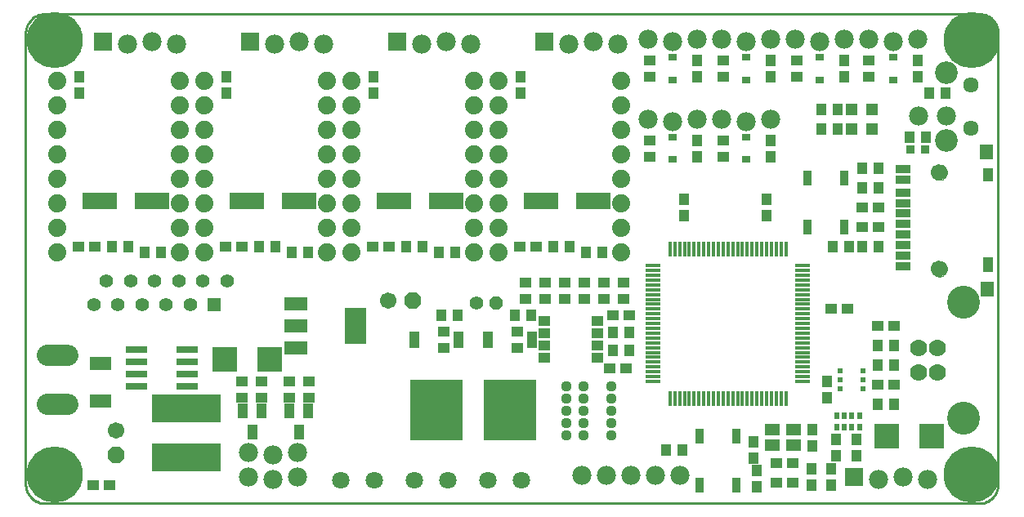
<source format=gts>
G75*
G70*
%OFA0B0*%
%FSLAX24Y24*%
%IPPOS*%
%LPD*%
%AMOC8*
5,1,8,0,0,1.08239X$1,22.5*
%
%ADD10C,0.0100*%
%ADD11R,0.0146X0.0631*%
%ADD12R,0.0631X0.0146*%
%ADD13R,0.0591X0.0512*%
%ADD14R,0.0473X0.0434*%
%ADD15R,0.0434X0.0473*%
%ADD16R,0.0340X0.0640*%
%ADD17C,0.0700*%
%ADD18C,0.1340*%
%ADD19R,0.0237X0.0237*%
%ADD20R,0.0367X0.0288*%
%ADD21R,0.0512X0.0512*%
%ADD22R,0.1040X0.1040*%
%ADD23C,0.0926*%
%ADD24C,0.0634*%
%ADD25C,0.0780*%
%ADD26R,0.0355X0.0355*%
%ADD27R,0.0571X0.0631*%
%ADD28R,0.0434X0.0591*%
%ADD29R,0.0434X0.0552*%
%ADD30R,0.0631X0.0335*%
%ADD31C,0.0000*%
%ADD32C,0.0670*%
%ADD33C,0.0740*%
%ADD34R,0.1418X0.0670*%
%ADD35R,0.0780X0.0780*%
%ADD36R,0.2166X0.2481*%
%ADD37R,0.0434X0.0670*%
%ADD38C,0.0709*%
%ADD39R,0.0920X0.0520*%
%ADD40R,0.0906X0.1457*%
%ADD41R,0.0237X0.0296*%
%ADD42R,0.0555X0.0555*%
%ADD43C,0.0555*%
%ADD44C,0.0865*%
%ADD45R,0.2796X0.1162*%
%ADD46C,0.0440*%
%ADD47R,0.0910X0.0280*%
%ADD48R,0.0867X0.0540*%
%ADD49OC8,0.0670*%
%ADD50C,0.0670*%
%ADD51OC8,0.0560*%
%ADD52C,0.0560*%
%ADD53R,0.0490X0.0400*%
%ADD54C,0.2290*%
D10*
X002785Y001429D02*
X002785Y019835D01*
X002787Y019889D01*
X002792Y019942D01*
X002801Y019995D01*
X002814Y020047D01*
X002830Y020099D01*
X002850Y020149D01*
X002873Y020197D01*
X002900Y020244D01*
X002929Y020289D01*
X002962Y020332D01*
X002997Y020372D01*
X003035Y020410D01*
X003075Y020445D01*
X003118Y020478D01*
X003163Y020507D01*
X003210Y020534D01*
X003258Y020557D01*
X003308Y020577D01*
X003360Y020593D01*
X003412Y020606D01*
X003465Y020615D01*
X003518Y020620D01*
X003572Y020622D01*
X041663Y020622D01*
X041717Y020620D01*
X041770Y020615D01*
X041823Y020606D01*
X041875Y020593D01*
X041927Y020577D01*
X041977Y020557D01*
X042025Y020534D01*
X042072Y020507D01*
X042117Y020478D01*
X042160Y020445D01*
X042200Y020410D01*
X042238Y020372D01*
X042273Y020332D01*
X042306Y020289D01*
X042335Y020244D01*
X042362Y020197D01*
X042385Y020149D01*
X042405Y020099D01*
X042421Y020047D01*
X042434Y019995D01*
X042443Y019942D01*
X042448Y019889D01*
X042450Y019835D01*
X042450Y001429D01*
X042448Y001375D01*
X042443Y001322D01*
X042434Y001269D01*
X042421Y001217D01*
X042405Y001165D01*
X042385Y001115D01*
X042362Y001067D01*
X042335Y001020D01*
X042306Y000975D01*
X042273Y000932D01*
X042238Y000892D01*
X042200Y000854D01*
X042160Y000819D01*
X042117Y000786D01*
X042072Y000757D01*
X042025Y000730D01*
X041977Y000707D01*
X041927Y000687D01*
X041875Y000671D01*
X041823Y000658D01*
X041770Y000649D01*
X041717Y000644D01*
X041663Y000642D01*
X003572Y000642D01*
X003518Y000644D01*
X003465Y000649D01*
X003412Y000658D01*
X003360Y000671D01*
X003308Y000687D01*
X003258Y000707D01*
X003210Y000730D01*
X003163Y000757D01*
X003118Y000786D01*
X003075Y000819D01*
X003035Y000854D01*
X002997Y000892D01*
X002962Y000932D01*
X002929Y000975D01*
X002900Y001020D01*
X002873Y001067D01*
X002850Y001115D01*
X002830Y001165D01*
X002814Y001217D01*
X002801Y001269D01*
X002792Y001322D01*
X002787Y001375D01*
X002785Y001429D01*
D11*
X029068Y004936D03*
X029265Y004936D03*
X029461Y004936D03*
X029658Y004936D03*
X029855Y004936D03*
X030052Y004936D03*
X030249Y004936D03*
X030446Y004936D03*
X030643Y004936D03*
X030839Y004936D03*
X031036Y004936D03*
X031233Y004936D03*
X031430Y004936D03*
X031627Y004936D03*
X031824Y004936D03*
X032021Y004936D03*
X032217Y004936D03*
X032414Y004936D03*
X032611Y004936D03*
X032808Y004936D03*
X033005Y004936D03*
X033202Y004936D03*
X033399Y004936D03*
X033595Y004936D03*
X033792Y004936D03*
X033792Y011038D03*
X033595Y011038D03*
X033399Y011038D03*
X033202Y011038D03*
X033005Y011038D03*
X032808Y011038D03*
X032611Y011038D03*
X032414Y011038D03*
X032217Y011038D03*
X032021Y011038D03*
X031824Y011038D03*
X031627Y011038D03*
X031430Y011038D03*
X031233Y011038D03*
X031036Y011038D03*
X030839Y011038D03*
X030643Y011038D03*
X030446Y011038D03*
X030249Y011038D03*
X030052Y011038D03*
X029855Y011038D03*
X029658Y011038D03*
X029461Y011038D03*
X029265Y011038D03*
X029068Y011038D03*
D12*
X028379Y010350D03*
X028379Y010153D03*
X028379Y009956D03*
X028379Y009759D03*
X028379Y009562D03*
X028379Y009365D03*
X028379Y009168D03*
X028379Y008972D03*
X028379Y008775D03*
X028379Y008578D03*
X028379Y008381D03*
X028379Y008184D03*
X028379Y007987D03*
X028379Y007790D03*
X028379Y007594D03*
X028379Y007397D03*
X028379Y007200D03*
X028379Y007003D03*
X028379Y006806D03*
X028379Y006609D03*
X028379Y006412D03*
X028379Y006216D03*
X028379Y006019D03*
X028379Y005822D03*
X028379Y005625D03*
X034481Y005625D03*
X034481Y005822D03*
X034481Y006019D03*
X034481Y006216D03*
X034481Y006412D03*
X034481Y006609D03*
X034481Y006806D03*
X034481Y007003D03*
X034481Y007200D03*
X034481Y007397D03*
X034481Y007594D03*
X034481Y007790D03*
X034481Y007987D03*
X034481Y008184D03*
X034481Y008381D03*
X034481Y008578D03*
X034481Y008775D03*
X034481Y008972D03*
X034481Y009168D03*
X034481Y009365D03*
X034481Y009562D03*
X034481Y009759D03*
X034481Y009956D03*
X034481Y010153D03*
X034481Y010350D03*
D13*
X034113Y003652D03*
X033247Y003652D03*
X033247Y003022D03*
X034113Y003022D03*
D14*
X034065Y002287D03*
X033395Y002287D03*
X033395Y001487D03*
X034065Y001487D03*
X037545Y005487D03*
X038215Y005487D03*
X038215Y007887D03*
X037545Y007887D03*
X036315Y008587D03*
X035645Y008587D03*
X036895Y011937D03*
X037565Y011937D03*
X037565Y012737D03*
X036895Y012737D03*
X031230Y014803D03*
X031230Y015472D03*
X028230Y015472D03*
X028230Y014803D03*
X028230Y018053D03*
X028230Y018722D03*
X031230Y018722D03*
X031230Y018053D03*
X034230Y018053D03*
X034230Y018722D03*
X037180Y018722D03*
X037180Y018053D03*
X023615Y011137D03*
X022945Y011137D03*
X023180Y009672D03*
X023980Y009672D03*
X024780Y009672D03*
X025580Y009672D03*
X026380Y009672D03*
X027180Y009672D03*
X027180Y009003D03*
X026380Y009003D03*
X025580Y009003D03*
X024780Y009003D03*
X023980Y009003D03*
X023180Y009003D03*
X022830Y007672D03*
X022830Y007003D03*
X019830Y007003D03*
X019830Y007672D03*
X014330Y005622D03*
X013530Y005622D03*
X013530Y004953D03*
X014330Y004953D03*
X012405Y004953D03*
X011605Y004953D03*
X011605Y005622D03*
X012405Y005622D03*
X006215Y001387D03*
X005545Y001387D03*
X005615Y011137D03*
X004945Y011137D03*
X010945Y011137D03*
X011615Y011137D03*
X016945Y011137D03*
X017615Y011137D03*
X026745Y008307D03*
X027415Y008307D03*
X027265Y006167D03*
X026595Y006167D03*
D15*
X026745Y006887D03*
X027415Y006887D03*
X027415Y007607D03*
X026745Y007607D03*
X023415Y008337D03*
X022745Y008337D03*
X020415Y008337D03*
X019745Y008337D03*
X019645Y010887D03*
X020315Y010887D03*
X018965Y011137D03*
X018295Y011137D03*
X014315Y010887D03*
X013645Y010887D03*
X012965Y011137D03*
X012295Y011137D03*
X008315Y010887D03*
X007645Y010887D03*
X006965Y011137D03*
X006295Y011137D03*
X004980Y017403D03*
X004980Y018072D03*
X010980Y018072D03*
X010980Y017403D03*
X016980Y017403D03*
X016980Y018072D03*
X022980Y018072D03*
X022980Y017403D03*
X030180Y018053D03*
X030180Y018722D03*
X033180Y018722D03*
X033180Y018053D03*
X035245Y016737D03*
X035915Y016737D03*
X035915Y015937D03*
X035245Y015937D03*
X033180Y015472D03*
X033180Y014803D03*
X030180Y014803D03*
X030180Y015472D03*
X029655Y013072D03*
X029655Y012403D03*
X026315Y010887D03*
X025645Y010887D03*
X024965Y011137D03*
X024295Y011137D03*
X033005Y012403D03*
X033005Y013072D03*
X036895Y013537D03*
X037565Y013537D03*
X037565Y014337D03*
X036895Y014337D03*
X038845Y015587D03*
X039515Y015587D03*
X039645Y017387D03*
X040315Y017387D03*
X039180Y018053D03*
X039180Y018722D03*
X036180Y018722D03*
X036180Y018053D03*
X036365Y011137D03*
X036895Y011137D03*
X037565Y011137D03*
X035695Y011137D03*
X037545Y007087D03*
X038215Y007087D03*
X038215Y006287D03*
X037545Y006287D03*
X035480Y005622D03*
X035480Y004953D03*
X037545Y004687D03*
X038215Y004687D03*
X036680Y003272D03*
X035830Y003272D03*
X034880Y003003D03*
X035830Y002603D03*
X036680Y002603D03*
X035630Y002072D03*
X034830Y002072D03*
X034830Y001403D03*
X035630Y001403D03*
X032605Y001328D03*
X032605Y001997D03*
X032480Y002503D03*
X032480Y003172D03*
X034880Y003672D03*
X029565Y002837D03*
X028895Y002837D03*
D16*
X030280Y003387D03*
X031780Y003387D03*
X031780Y001387D03*
X030280Y001387D03*
X034680Y011937D03*
X036180Y011937D03*
X036180Y013937D03*
X034680Y013937D03*
D17*
X039200Y006979D03*
X039980Y006979D03*
X039980Y005995D03*
X039200Y005995D03*
D18*
X041050Y004117D03*
X041050Y008857D03*
D19*
X036952Y006061D03*
X036952Y005687D03*
X036952Y005313D03*
X036008Y005313D03*
X036008Y005687D03*
X036008Y006061D03*
D20*
X032180Y014685D03*
X032180Y015590D03*
X029180Y015590D03*
X029180Y014685D03*
X029180Y017935D03*
X029180Y018840D03*
X032180Y018840D03*
X032180Y017935D03*
X035180Y017935D03*
X035180Y018840D03*
X038180Y018840D03*
X038180Y017935D03*
D21*
X037293Y016737D03*
X036467Y016737D03*
X036467Y015937D03*
X037293Y015937D03*
D22*
X012755Y006537D03*
X010905Y006537D03*
X037905Y003387D03*
X039755Y003387D03*
D23*
X040346Y015459D03*
X040346Y018215D03*
D24*
X041330Y017723D03*
X041330Y015951D03*
D25*
X040350Y016467D03*
X039210Y016467D03*
X033168Y016337D03*
X032168Y016237D03*
X031168Y016337D03*
X030168Y016337D03*
X029168Y016237D03*
X028168Y016337D03*
X026930Y019387D03*
X025930Y019487D03*
X024930Y019387D03*
X028168Y019587D03*
X029168Y019487D03*
X030168Y019587D03*
X031168Y019587D03*
X032168Y019487D03*
X033168Y019587D03*
X034168Y019587D03*
X035168Y019487D03*
X036168Y019587D03*
X037168Y019587D03*
X038168Y019487D03*
X039168Y019587D03*
X020930Y019387D03*
X019930Y019487D03*
X018930Y019387D03*
X014930Y019387D03*
X013930Y019487D03*
X012930Y019387D03*
X008930Y019387D03*
X007930Y019487D03*
X006930Y019387D03*
X011880Y002737D03*
X012880Y002637D03*
X013880Y002737D03*
X013880Y001737D03*
X012880Y001637D03*
X011880Y001737D03*
X025480Y001787D03*
X026480Y001787D03*
X027480Y001787D03*
X028480Y001787D03*
X029480Y001787D03*
X037580Y001637D03*
X038580Y001737D03*
X039580Y001637D03*
D26*
X039475Y015087D03*
X038885Y015087D03*
D27*
X041983Y014973D03*
X042002Y009402D03*
D28*
X042042Y010396D03*
X014304Y004420D03*
X013556Y004420D03*
X012404Y004420D03*
X011656Y004420D03*
X012030Y003554D03*
X013930Y003554D03*
D29*
X042042Y014067D03*
D30*
X038587Y013851D03*
X038587Y014284D03*
X038587Y013339D03*
X038587Y012906D03*
X038587Y012473D03*
X038587Y012040D03*
X038587Y011607D03*
X038587Y011174D03*
X038587Y010740D03*
X038587Y010307D03*
D31*
X039739Y010219D02*
X039741Y010254D01*
X039747Y010289D01*
X039757Y010323D01*
X039770Y010356D01*
X039787Y010387D01*
X039808Y010415D01*
X039831Y010442D01*
X039858Y010465D01*
X039886Y010486D01*
X039917Y010503D01*
X039950Y010516D01*
X039984Y010526D01*
X040019Y010532D01*
X040054Y010534D01*
X040089Y010532D01*
X040124Y010526D01*
X040158Y010516D01*
X040191Y010503D01*
X040222Y010486D01*
X040250Y010465D01*
X040277Y010442D01*
X040300Y010415D01*
X040321Y010387D01*
X040338Y010356D01*
X040351Y010323D01*
X040361Y010289D01*
X040367Y010254D01*
X040369Y010219D01*
X040367Y010184D01*
X040361Y010149D01*
X040351Y010115D01*
X040338Y010082D01*
X040321Y010051D01*
X040300Y010023D01*
X040277Y009996D01*
X040250Y009973D01*
X040222Y009952D01*
X040191Y009935D01*
X040158Y009922D01*
X040124Y009912D01*
X040089Y009906D01*
X040054Y009904D01*
X040019Y009906D01*
X039984Y009912D01*
X039950Y009922D01*
X039917Y009935D01*
X039886Y009952D01*
X039858Y009973D01*
X039831Y009996D01*
X039808Y010023D01*
X039787Y010051D01*
X039770Y010082D01*
X039757Y010115D01*
X039747Y010149D01*
X039741Y010184D01*
X039739Y010219D01*
X039739Y014156D02*
X039741Y014191D01*
X039747Y014226D01*
X039757Y014260D01*
X039770Y014293D01*
X039787Y014324D01*
X039808Y014352D01*
X039831Y014379D01*
X039858Y014402D01*
X039886Y014423D01*
X039917Y014440D01*
X039950Y014453D01*
X039984Y014463D01*
X040019Y014469D01*
X040054Y014471D01*
X040089Y014469D01*
X040124Y014463D01*
X040158Y014453D01*
X040191Y014440D01*
X040222Y014423D01*
X040250Y014402D01*
X040277Y014379D01*
X040300Y014352D01*
X040321Y014324D01*
X040338Y014293D01*
X040351Y014260D01*
X040361Y014226D01*
X040367Y014191D01*
X040369Y014156D01*
X040367Y014121D01*
X040361Y014086D01*
X040351Y014052D01*
X040338Y014019D01*
X040321Y013988D01*
X040300Y013960D01*
X040277Y013933D01*
X040250Y013910D01*
X040222Y013889D01*
X040191Y013872D01*
X040158Y013859D01*
X040124Y013849D01*
X040089Y013843D01*
X040054Y013841D01*
X040019Y013843D01*
X039984Y013849D01*
X039950Y013859D01*
X039917Y013872D01*
X039886Y013889D01*
X039858Y013910D01*
X039831Y013933D01*
X039808Y013960D01*
X039787Y013988D01*
X039770Y014019D01*
X039757Y014052D01*
X039747Y014086D01*
X039741Y014121D01*
X039739Y014156D01*
D32*
X040054Y014156D03*
X040054Y010219D03*
D33*
X027080Y010887D03*
X027080Y011887D03*
X027080Y012887D03*
X027080Y013887D03*
X027080Y014887D03*
X027080Y015887D03*
X027080Y016887D03*
X027080Y017887D03*
X022080Y017887D03*
X021080Y017887D03*
X021080Y016887D03*
X022080Y016887D03*
X022080Y015887D03*
X021080Y015887D03*
X021080Y014887D03*
X022080Y014887D03*
X022080Y013887D03*
X021080Y013887D03*
X021080Y012887D03*
X022080Y012887D03*
X022080Y011887D03*
X021080Y011887D03*
X021080Y010887D03*
X022080Y010887D03*
X016080Y010887D03*
X015080Y010887D03*
X015080Y011887D03*
X016080Y011887D03*
X016080Y012887D03*
X015080Y012887D03*
X015080Y013887D03*
X016080Y013887D03*
X016080Y014887D03*
X015080Y014887D03*
X015080Y015887D03*
X016080Y015887D03*
X016080Y016887D03*
X015080Y016887D03*
X015080Y017887D03*
X016080Y017887D03*
X010080Y017887D03*
X009080Y017887D03*
X009080Y016887D03*
X010080Y016887D03*
X010080Y015887D03*
X009080Y015887D03*
X009080Y014887D03*
X010080Y014887D03*
X010080Y013887D03*
X009080Y013887D03*
X009080Y012887D03*
X010080Y012887D03*
X010080Y011887D03*
X009080Y011887D03*
X009080Y010887D03*
X010080Y010887D03*
X004080Y010887D03*
X004080Y011887D03*
X004080Y012887D03*
X004080Y013887D03*
X004080Y014887D03*
X004080Y015887D03*
X004080Y016887D03*
X004080Y017887D03*
D34*
X005817Y012987D03*
X007943Y012987D03*
X011817Y012987D03*
X013943Y012987D03*
X017817Y012987D03*
X019943Y012987D03*
X023817Y012987D03*
X025943Y012987D03*
D35*
X023930Y019487D03*
X017930Y019487D03*
X011930Y019487D03*
X005930Y019487D03*
X036580Y001737D03*
D36*
X022530Y004453D03*
X019530Y004453D03*
D37*
X018632Y007327D03*
X020428Y007327D03*
X021632Y007327D03*
X023428Y007327D03*
D38*
X023019Y001598D03*
X021641Y001598D03*
X020019Y001598D03*
X018641Y001598D03*
X017019Y001598D03*
X015641Y001598D03*
D39*
X013810Y006977D03*
X013810Y007887D03*
X013810Y008797D03*
D40*
X016250Y007887D03*
D41*
X035858Y004233D03*
X036173Y004233D03*
X036487Y004233D03*
X036802Y004233D03*
X036802Y003741D03*
X036487Y003741D03*
X036173Y003741D03*
X035858Y003741D03*
D42*
X010487Y008745D03*
D43*
X009503Y008745D03*
X008519Y008745D03*
X007535Y008745D03*
X006550Y008745D03*
X005566Y008745D03*
X006074Y009729D03*
X007058Y009729D03*
X008043Y009729D03*
X009027Y009729D03*
X010011Y009729D03*
X010995Y009729D03*
D44*
X004493Y006687D02*
X003668Y006687D01*
X003668Y004687D02*
X004493Y004687D01*
D45*
X009330Y004537D03*
X009330Y002537D03*
D46*
X024830Y003437D03*
X025530Y003437D03*
X025530Y003937D03*
X024830Y003937D03*
X024830Y004437D03*
X025530Y004437D03*
X025530Y004937D03*
X024830Y004937D03*
X024830Y005437D03*
X025530Y005437D03*
X026680Y005437D03*
X026680Y004937D03*
X026680Y004437D03*
X026680Y003937D03*
X026680Y003437D03*
D47*
X009360Y005437D03*
X009360Y005937D03*
X009360Y006437D03*
X009360Y006937D03*
X007300Y006937D03*
X007300Y006437D03*
X007300Y005937D03*
X007300Y005437D03*
D48*
X005830Y004808D03*
X005830Y006367D03*
D49*
X006480Y002637D03*
X018580Y008937D03*
D50*
X017580Y008937D03*
X006480Y003637D03*
D51*
X021980Y008837D03*
D52*
X021180Y008837D03*
D53*
X023955Y008087D03*
X023955Y007587D03*
X023955Y007087D03*
X023955Y006587D03*
X026105Y006587D03*
X026105Y007087D03*
X026105Y007587D03*
X026105Y008087D03*
D54*
X041367Y001823D03*
X003966Y001823D03*
X003966Y019540D03*
X041367Y019540D03*
M02*

</source>
